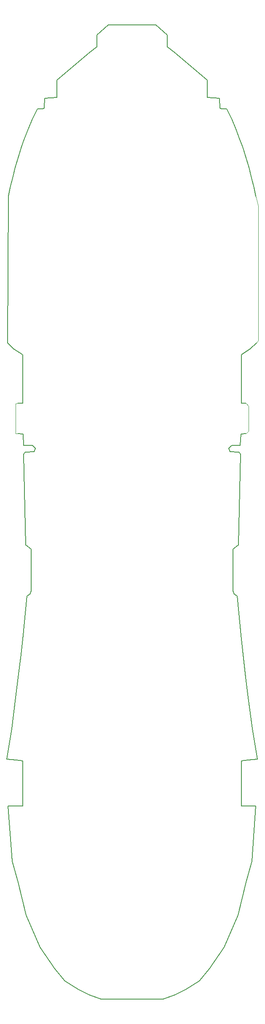
<source format=gbr>
%TF.GenerationSoftware,KiCad,Pcbnew,(6.0.0)*%
%TF.CreationDate,2022-07-04T20:32:36-04:00*%
%TF.ProjectId,800+,3830302b-2e6b-4696-9361-645f70636258,rev?*%
%TF.SameCoordinates,Original*%
%TF.FileFunction,Profile,NP*%
%FSLAX46Y46*%
G04 Gerber Fmt 4.6, Leading zero omitted, Abs format (unit mm)*
G04 Created by KiCad (PCBNEW (6.0.0)) date 2022-07-04 20:32:36*
%MOMM*%
%LPD*%
G01*
G04 APERTURE LIST*
%TA.AperFunction,Profile*%
%ADD10C,0.200000*%
%TD*%
%TA.AperFunction,Profile*%
%ADD11C,0.100000*%
%TD*%
G04 APERTURE END LIST*
D10*
X124957787Y-185550035D02*
X123587431Y-185661847D01*
X88100000Y-229900000D02*
X90846015Y-231585032D01*
X126614331Y-101764031D02*
X125394275Y-102951174D01*
X122982904Y-142392064D02*
X121880997Y-143156584D01*
X90846015Y-231585032D02*
X93049943Y-232732052D01*
X79790067Y-124119007D02*
X80249492Y-142392086D01*
X81610490Y-122376435D02*
X82195356Y-122930672D01*
X78682146Y-119979309D02*
X79732178Y-120083292D01*
X80181413Y-123706012D02*
X79790067Y-124119007D01*
X116755233Y-52527641D02*
X119191583Y-52658007D01*
X77125916Y-70630799D02*
X76778999Y-72341714D01*
X79645011Y-188761946D02*
X79645014Y-194797097D01*
X126106406Y-70630774D02*
X126453324Y-72341688D01*
X110182546Y-232732043D02*
X107835432Y-233537464D01*
X82195356Y-122930672D02*
X81930711Y-123611619D01*
X79645010Y-185661869D02*
X79645011Y-188761946D01*
X80752433Y-58893891D02*
X79929816Y-61009855D01*
X121621885Y-122376414D02*
X121037020Y-122930652D01*
X126504120Y-194797073D02*
X125714891Y-205892113D01*
X122150389Y-152254660D02*
X122765104Y-152609991D01*
X123442310Y-124118985D02*
X122982904Y-142392064D01*
X122765104Y-152609991D02*
X123053233Y-156057012D01*
X117161677Y-227399643D02*
X115132486Y-229899986D01*
D11*
X127000000Y-74250000D02*
X126453324Y-72341688D01*
D10*
X119286066Y-54613064D02*
X119524628Y-54812781D01*
X81351404Y-151607846D02*
X81082017Y-152254681D01*
X123500195Y-120083270D02*
X123376465Y-122376413D01*
X84040720Y-52658025D02*
X83946239Y-54613082D01*
X125792277Y-179223518D02*
X126777893Y-185401526D01*
X80467302Y-152610013D02*
X80179177Y-156057034D01*
X108677965Y-42361801D02*
X110141254Y-43476010D01*
X123897293Y-164328740D02*
X124480692Y-168914319D01*
X79335126Y-164328763D02*
X78751731Y-168914342D01*
D11*
X78250000Y-120000000D02*
X78682146Y-119979309D01*
D10*
X78751731Y-168914342D02*
X78235340Y-172973265D01*
X93049943Y-232732052D02*
X95397058Y-233537471D01*
X108677963Y-40020535D02*
X108677965Y-42361801D01*
X125394275Y-102951174D02*
X123572997Y-104183283D01*
X107835432Y-233537464D02*
X101616245Y-233537467D01*
X78235340Y-172973265D02*
X77440157Y-179223543D01*
X81082017Y-152254681D02*
X80467302Y-152610013D01*
X124550227Y-119979285D02*
X123500195Y-120083270D01*
X123587431Y-185661847D02*
X123587432Y-188761924D01*
X121037020Y-122930652D02*
X121301666Y-123611599D01*
X77517571Y-205892138D02*
X78693579Y-210081346D01*
X124538887Y-210081323D02*
X122912565Y-216716267D01*
X83106505Y-223161241D02*
X86070807Y-227399659D01*
X123302495Y-61009832D02*
X123867456Y-62463038D01*
X86477070Y-52527656D02*
X84040720Y-52658025D01*
X79645014Y-194797097D02*
X76728330Y-194797099D01*
X79732339Y-160436057D02*
X79335126Y-164328763D01*
X121880997Y-143156584D02*
X121881002Y-151607825D01*
X78103818Y-66581731D02*
X77677520Y-68346849D01*
X106378765Y-37975933D02*
X101616144Y-37975936D01*
X96853523Y-37975938D02*
X94554327Y-40020543D01*
X79855910Y-122376436D02*
X81610490Y-122376435D01*
X80319908Y-216716289D02*
X83106505Y-223161241D01*
X79732178Y-120083292D02*
X79855910Y-122376436D01*
X82595561Y-54816856D02*
X81566130Y-56800873D01*
X79929816Y-61009855D02*
X79364858Y-62463061D01*
X79659359Y-104183305D02*
X79659364Y-113904283D01*
X78821700Y-64357063D02*
X78103818Y-66581731D01*
X83946239Y-54613082D02*
X83707678Y-54812800D01*
X94554328Y-42361808D02*
X93091039Y-43476018D01*
X76454547Y-185401552D02*
X78274654Y-185550059D01*
X94554327Y-40020543D02*
X94554328Y-42361808D01*
D11*
X127000000Y-101250000D02*
X127000000Y-74250000D01*
X78250000Y-114000000D02*
X78250000Y-120000000D01*
D10*
X81930711Y-123611619D02*
X80181413Y-123706012D01*
X125714891Y-205892113D02*
X124538887Y-210081323D01*
X96853523Y-37975938D02*
X101616144Y-37975936D01*
X126777893Y-185401526D02*
X124957787Y-185550035D01*
D11*
X124550224Y-113904260D02*
X125000000Y-114500000D01*
D10*
X76728330Y-194797099D02*
X77517571Y-205892138D01*
X115132486Y-229899986D02*
X112386473Y-231585020D01*
X123867456Y-62463038D02*
X124410615Y-64357040D01*
D11*
X78682143Y-113904284D02*
X78250000Y-114000000D01*
D10*
X119191583Y-52658007D02*
X119286066Y-54613064D01*
X76778999Y-72341714D02*
X76618023Y-101764057D01*
X81566130Y-56800873D02*
X80752433Y-58893891D01*
X86477068Y-49013081D02*
X86477070Y-52527656D01*
X80179177Y-156057034D02*
X79732339Y-160436057D01*
X79659364Y-113904283D02*
X78682143Y-113904284D01*
X120636745Y-54816837D02*
X121666177Y-56800853D01*
X124997087Y-172973241D02*
X125792277Y-179223518D01*
D11*
X125000000Y-119500000D02*
X124550227Y-119979285D01*
D10*
X125128499Y-66581706D02*
X125554800Y-68346824D01*
X123587436Y-194797074D02*
X126504120Y-194797073D01*
X78693579Y-210081346D02*
X80319908Y-216716289D01*
X80249492Y-142392086D02*
X81351399Y-143156605D01*
X123050963Y-123705990D02*
X123442310Y-124118985D01*
X121881002Y-151607825D02*
X122150389Y-152254660D01*
X77838080Y-102951198D02*
X79659359Y-104183305D01*
X123376465Y-122376413D02*
X121621885Y-122376414D01*
X123572997Y-104183283D02*
X123573002Y-113904260D01*
X116755231Y-49013065D02*
X116755233Y-52527641D01*
X119524628Y-54812781D02*
X120636745Y-54816837D01*
X125554800Y-68346824D02*
X126106406Y-70630774D01*
X86070807Y-227399659D02*
X88100000Y-229900000D01*
X121666177Y-56800853D02*
X122479876Y-58893870D01*
D11*
X125000000Y-114500000D02*
X125000000Y-119500000D01*
D10*
X93091039Y-43476018D02*
X86477068Y-49013081D01*
X112386473Y-231585020D02*
X110182546Y-232732043D01*
X120125975Y-223161222D02*
X117161677Y-227399643D01*
X106378765Y-37975933D02*
X108677963Y-40020535D01*
X123573002Y-113904260D02*
X124550224Y-113904260D01*
X121301666Y-123611599D02*
X123050963Y-123705990D01*
X79364858Y-62463061D02*
X78821700Y-64357063D01*
X78274654Y-185550059D02*
X79645010Y-185661869D01*
X83707678Y-54812800D02*
X82595561Y-54816856D01*
X77677520Y-68346849D02*
X77125916Y-70630799D01*
X124410615Y-64357040D02*
X125128499Y-66581706D01*
X123053233Y-156057012D02*
X123500075Y-160436035D01*
X124480692Y-168914319D02*
X124997087Y-172973241D01*
X122479876Y-58893870D02*
X123302495Y-61009832D01*
X110141254Y-43476010D02*
X116755231Y-49013065D01*
D11*
X126614331Y-101764031D02*
X127000000Y-101250000D01*
D10*
X76618023Y-101764057D02*
X77838080Y-102951198D01*
X81351399Y-143156605D02*
X81351404Y-151607846D01*
X95397058Y-233537471D02*
X101616245Y-233537467D01*
X123587432Y-188761924D02*
X123587436Y-194797074D01*
X123500075Y-160436035D02*
X123897293Y-164328740D01*
X77440157Y-179223543D02*
X76454547Y-185401552D01*
X122912565Y-216716267D02*
X120125975Y-223161222D01*
M02*

</source>
